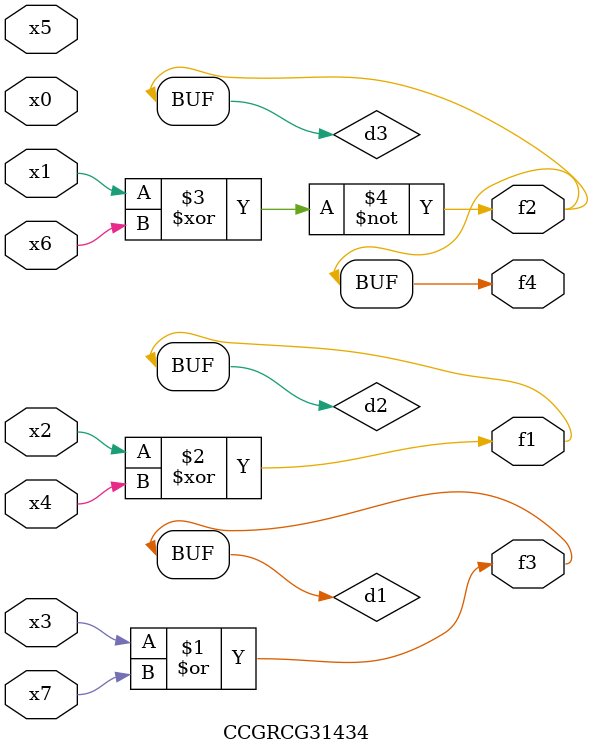
<source format=v>
module CCGRCG31434(
	input x0, x1, x2, x3, x4, x5, x6, x7,
	output f1, f2, f3, f4
);

	wire d1, d2, d3;

	or (d1, x3, x7);
	xor (d2, x2, x4);
	xnor (d3, x1, x6);
	assign f1 = d2;
	assign f2 = d3;
	assign f3 = d1;
	assign f4 = d3;
endmodule

</source>
